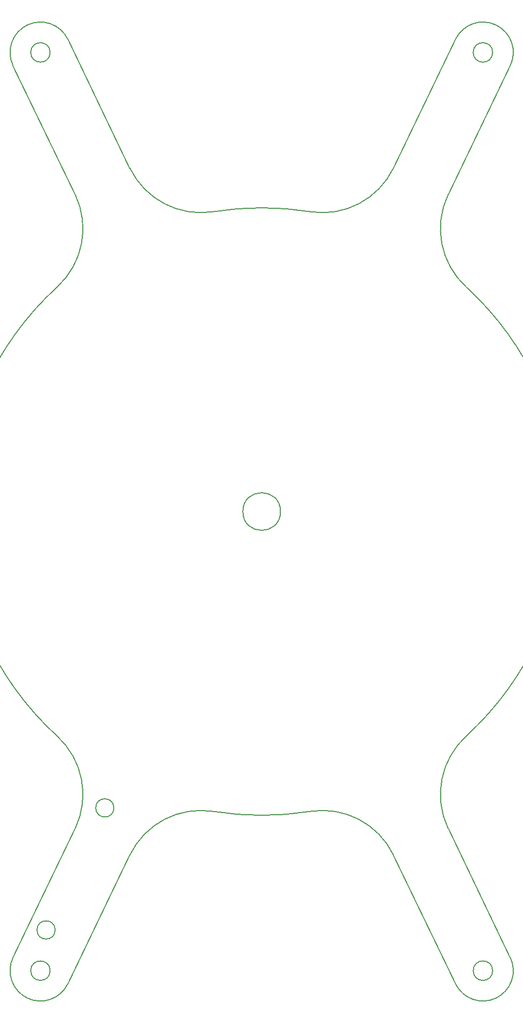
<source format=gm1>
%TF.GenerationSoftware,KiCad,Pcbnew,(6.0.0-0)*%
%TF.CreationDate,2022-03-22T21:17:41+08:00*%
%TF.ProjectId,layer4,6c617965-7234-42e6-9b69-6361645f7063,rev?*%
%TF.SameCoordinates,Original*%
%TF.FileFunction,Profile,NP*%
%FSLAX46Y46*%
G04 Gerber Fmt 4.6, Leading zero omitted, Abs format (unit mm)*
G04 Created by KiCad (PCBNEW (6.0.0-0)) date 2022-03-22 21:17:41*
%MOMM*%
%LPD*%
G01*
G04 APERTURE LIST*
%TA.AperFunction,Profile*%
%ADD10C,0.200000*%
%TD*%
G04 APERTURE END LIST*
D10*
X128830000Y-101346000D02*
G75*
G03*
X128830000Y-101346000I-3100000J0D01*
G01*
X92058096Y-64383817D02*
G75*
G03*
X95014309Y-49129658I-8754696J9610167D01*
G01*
X163755456Y-176926395D02*
G75*
G03*
X163755456Y-176926395I-1600000J0D01*
G01*
X156445690Y-49129658D02*
G75*
G03*
X159401903Y-64383818I11710910J-5643992D01*
G01*
X91731893Y-170224981D02*
G75*
G03*
X91731893Y-170224981I-1500000J0D01*
G01*
X163755456Y-25765605D02*
G75*
G03*
X163755456Y-25765605I-1600000J0D01*
G01*
X159401904Y-138308183D02*
G75*
G03*
X156445691Y-153562342I8754696J-9610167D01*
G01*
X166659651Y-27936371D02*
X156445691Y-49129658D01*
X104022700Y-44788126D02*
G75*
G03*
X117796355Y-51979440I11710908J5643992D01*
G01*
X95014309Y-49129658D02*
X84800349Y-27936371D01*
X159401903Y-138308182D02*
G75*
G03*
X159401903Y-64383818I-33671901J36962182D01*
G01*
X147437300Y-157903874D02*
G75*
G03*
X133663645Y-150712560I-11710908J-5643992D01*
G01*
X95014310Y-153562342D02*
G75*
G03*
X92058097Y-138308182I-11710910J5643992D01*
G01*
X104022700Y-157903874D02*
X93808740Y-179097162D01*
X157651261Y-179097162D02*
G75*
G03*
X166659651Y-174755629I4504195J2170766D01*
G01*
X147437300Y-44788126D02*
X157651260Y-23594838D01*
X117796355Y-150712560D02*
G75*
G03*
X133663645Y-150712560I7933645J49366536D01*
G01*
X133663645Y-51979440D02*
G75*
G03*
X147437300Y-44788126I2062747J12835306D01*
G01*
X84800349Y-174755629D02*
X95014309Y-153562342D01*
X90904544Y-176926395D02*
G75*
G03*
X90904544Y-176926395I-1600000J0D01*
G01*
X93808739Y-23594838D02*
G75*
G03*
X84800349Y-27936371I-4504195J-2170766D01*
G01*
X157651260Y-179097162D02*
X147437300Y-157903874D01*
X84800350Y-174755629D02*
G75*
G03*
X93808740Y-179097162I4504194J-2170768D01*
G01*
X133663645Y-51979440D02*
G75*
G03*
X117796355Y-51979440I-7933645J-49366536D01*
G01*
X101402491Y-150130964D02*
G75*
G03*
X101402491Y-150130964I-1500000J0D01*
G01*
X156445691Y-153562342D02*
X166659651Y-174755629D01*
X90904544Y-25765605D02*
G75*
G03*
X90904544Y-25765605I-1600000J0D01*
G01*
X166659652Y-27936371D02*
G75*
G03*
X157651260Y-23594838I-4504197J2170765D01*
G01*
X92058097Y-64383818D02*
G75*
G03*
X92058097Y-138308182I33671901J-36962182D01*
G01*
X93808740Y-23594838D02*
X104022700Y-44788126D01*
X117796355Y-150712560D02*
G75*
G03*
X104022700Y-157903874I-2062747J-12835306D01*
G01*
M02*

</source>
